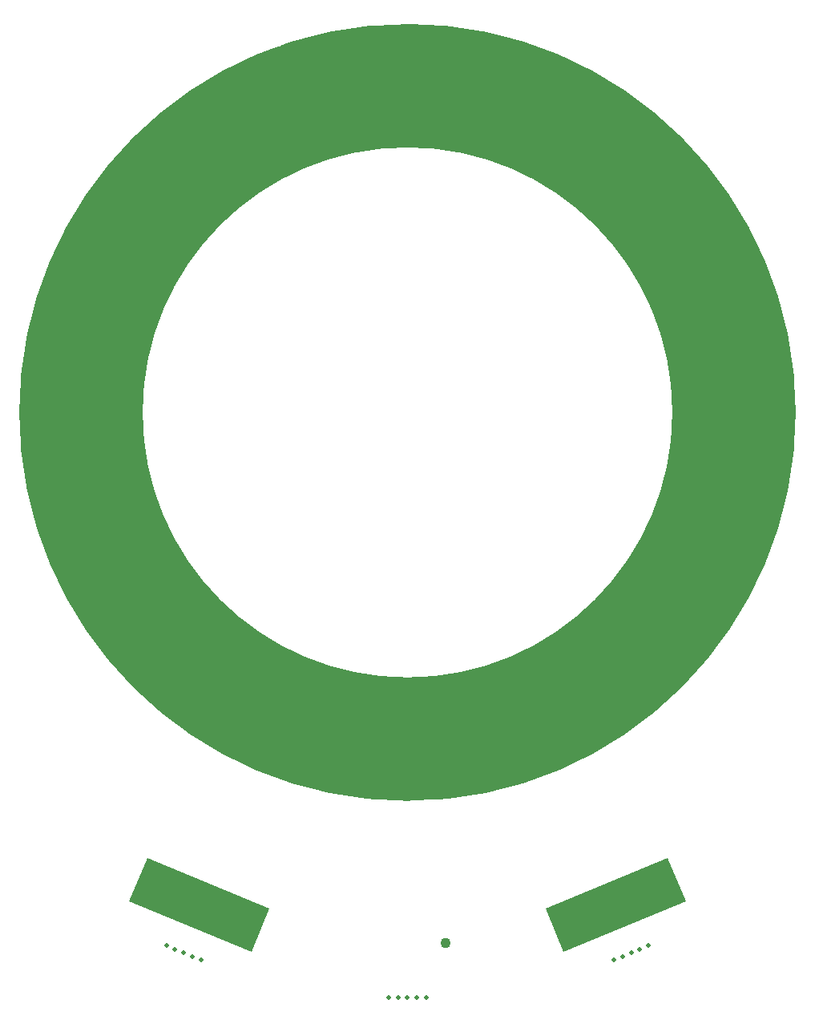
<source format=gbs>
G04 #@! TF.FileFunction,Soldermask,Bot*
%FSLAX46Y46*%
G04 Gerber Fmt 4.6, Leading zero omitted, Abs format (unit mm)*
G04 Created by KiCad (PCBNEW 4.0.2-1.fc23-product) date Sat 04 Jun 2016 12:08:20 BST*
%MOMM*%
G01*
G04 APERTURE LIST*
%ADD10C,0.150000*%
%ADD11C,13.000000*%
%ADD12C,0.500000*%
%ADD13C,1.100000*%
G04 APERTURE END LIST*
D10*
D11*
X179250000Y-89250000D02*
G75*
G03X179250000Y-89250000I-34500000J0D01*
G01*
D10*
G36*
X161239552Y-146238483D02*
X159326135Y-141619085D01*
X172260448Y-136261517D01*
X174173865Y-140880915D01*
X161239552Y-146238483D01*
X161239552Y-146238483D01*
G37*
G36*
X115326135Y-140880915D02*
X117239552Y-136261517D01*
X130173865Y-141619085D01*
X128260448Y-146238483D01*
X115326135Y-140880915D01*
X115326135Y-140880915D01*
G37*
D12*
X144750000Y-49500000D03*
X143750000Y-49500000D03*
X142750000Y-49500000D03*
X145750000Y-49500000D03*
X146750000Y-49500000D03*
X129540000Y-52530000D03*
X128616120Y-52912683D03*
X127692241Y-53295367D03*
X130463880Y-52147317D03*
X131387759Y-51764633D03*
X116640000Y-61140000D03*
X115932893Y-61847107D03*
X115225786Y-62554214D03*
X117347107Y-60432893D03*
X118054214Y-59725786D03*
X108030000Y-74040000D03*
X107647317Y-74963880D03*
X107264633Y-75887759D03*
X108412683Y-73116120D03*
X108795367Y-72192241D03*
X105000000Y-89250000D03*
X105000000Y-90250000D03*
X105000000Y-91250000D03*
X105000000Y-88250000D03*
X105000000Y-87250000D03*
X108030000Y-104460000D03*
X108412683Y-105383880D03*
X108795367Y-106307759D03*
X107647317Y-103536120D03*
X107264633Y-102612241D03*
X116640000Y-117360000D03*
X117347107Y-118067107D03*
X118054214Y-118774214D03*
X115932893Y-116652893D03*
X115225786Y-115945786D03*
X121120000Y-146300000D03*
X122043880Y-146682683D03*
X122967759Y-147065367D03*
X120196120Y-145917317D03*
X119272241Y-145534633D03*
X144750000Y-151000000D03*
X145750000Y-151000000D03*
X146750000Y-151000000D03*
X143750000Y-151000000D03*
X142750000Y-151000000D03*
X168380000Y-146300000D03*
X169303880Y-145917317D03*
X170227759Y-145534633D03*
X167456120Y-146682683D03*
X166532241Y-147065367D03*
X172860000Y-117360000D03*
X173567107Y-116652893D03*
X174274214Y-115945786D03*
X172152893Y-118067107D03*
X171445786Y-118774214D03*
X181470000Y-104460000D03*
X181852683Y-103536120D03*
X182235367Y-102612241D03*
X181087317Y-105383880D03*
X180704633Y-106307759D03*
X184500000Y-89250000D03*
X184500000Y-88250000D03*
X184500000Y-87250000D03*
X184500000Y-90250000D03*
X184500000Y-91250000D03*
X181470000Y-74040000D03*
X181087317Y-73116120D03*
X180704633Y-72192241D03*
X181852683Y-74963880D03*
X182235367Y-75887759D03*
X172860000Y-61140000D03*
X172152893Y-60432893D03*
X171445786Y-59725786D03*
X173567107Y-61847107D03*
X174274214Y-62554214D03*
X159960000Y-52530000D03*
X159036120Y-52147317D03*
X158112241Y-51764633D03*
X160883880Y-52912683D03*
X161807759Y-53295367D03*
D13*
X144740000Y-121250000D03*
X142750000Y-127250000D03*
X148750000Y-145250000D03*
M02*

</source>
